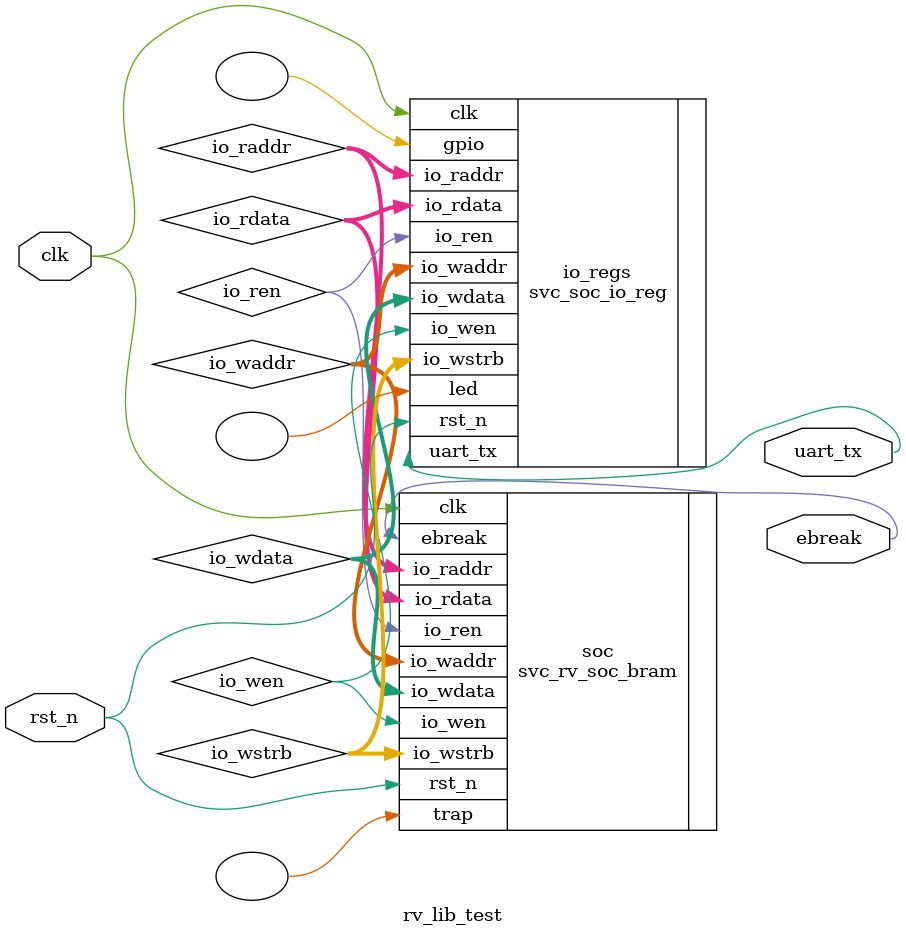
<source format=sv>
`ifndef RV_LIB_TEST_SV
`define RV_LIB_TEST_SV

`include "svc.sv"
`include "svc_rv_soc_bram.sv"
`include "svc_soc_io_reg.sv"

module rv_lib_test #(
    parameter int CLOCK_FREQ = 100_000_000,
    parameter int BAUD_RATE  = 115_200
) (
    input  logic clk,
    input  logic rst_n,
    output logic uart_tx,
    output logic ebreak
);

  //
  // SoC I/O signals
  //
  logic        io_ren;
  logic [31:0] io_raddr;
  logic [31:0] io_rdata;
  logic        io_wen;
  logic [31:0] io_waddr;
  logic [31:0] io_wdata;
  logic [ 3:0] io_wstrb;

  //
  // Instantiate RISC-V SoC with BRAM memory
  //
  svc_rv_soc_bram #(
      .XLEN       (32),
      .IMEM_DEPTH (4096),
      .DMEM_DEPTH (4096),
      .PIPELINED  (1),
      .FWD_REGFILE(1),
      .FWD        (0),
      .BPRED      (0),
      .IMEM_INIT  (".build/sw/rv32i/lib_test/lib_test.hex"),
      .DMEM_INIT  (".build/sw/rv32i/lib_test/lib_test.hex")
  ) soc (
      .clk     (clk),
      .rst_n   (rst_n),
      .io_ren  (io_ren),
      .io_raddr(io_raddr),
      .io_rdata(io_rdata),
      .io_wen  (io_wen),
      .io_waddr(io_waddr),
      .io_wdata(io_wdata),
      .io_wstrb(io_wstrb),
      .ebreak  (ebreak),
      .trap    ()
  );

  //
  // Instantiate the I/O register bank with UART
  //
  svc_soc_io_reg #(
      .CLOCK_FREQ(CLOCK_FREQ),
      .BAUD_RATE (BAUD_RATE),
      .MEM_TYPE  (1)
  ) io_regs (
      .clk     (clk),
      .rst_n   (rst_n),
      .io_wen  (io_wen),
      .io_waddr(io_waddr),
      .io_wdata(io_wdata),
      .io_wstrb(io_wstrb),
      .io_ren  (io_ren),
      .io_raddr(io_raddr),
      .io_rdata(io_rdata),
      .led     (),
      .gpio    (),
      .uart_tx (uart_tx)
  );

endmodule

`endif

</source>
